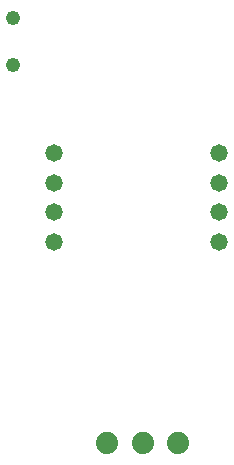
<source format=gbr>
G04 EAGLE Gerber RS-274X export*
G75*
%MOMM*%
%FSLAX34Y34*%
%LPD*%
%INSoldermask Bottom*%
%IPPOS*%
%AMOC8*
5,1,8,0,0,1.08239X$1,22.5*%
G01*
%ADD10C,1.473200*%
%ADD11C,1.879600*%
%ADD12C,1.219200*%


D10*
X625000Y520000D03*
X625000Y545000D03*
X625000Y570000D03*
X625000Y595000D03*
X485000Y595000D03*
X485000Y570000D03*
X485000Y545000D03*
X485000Y520000D03*
D11*
X530000Y350000D03*
X560000Y350000D03*
X590000Y350000D03*
D12*
X450000Y710000D03*
X450000Y670000D03*
M02*

</source>
